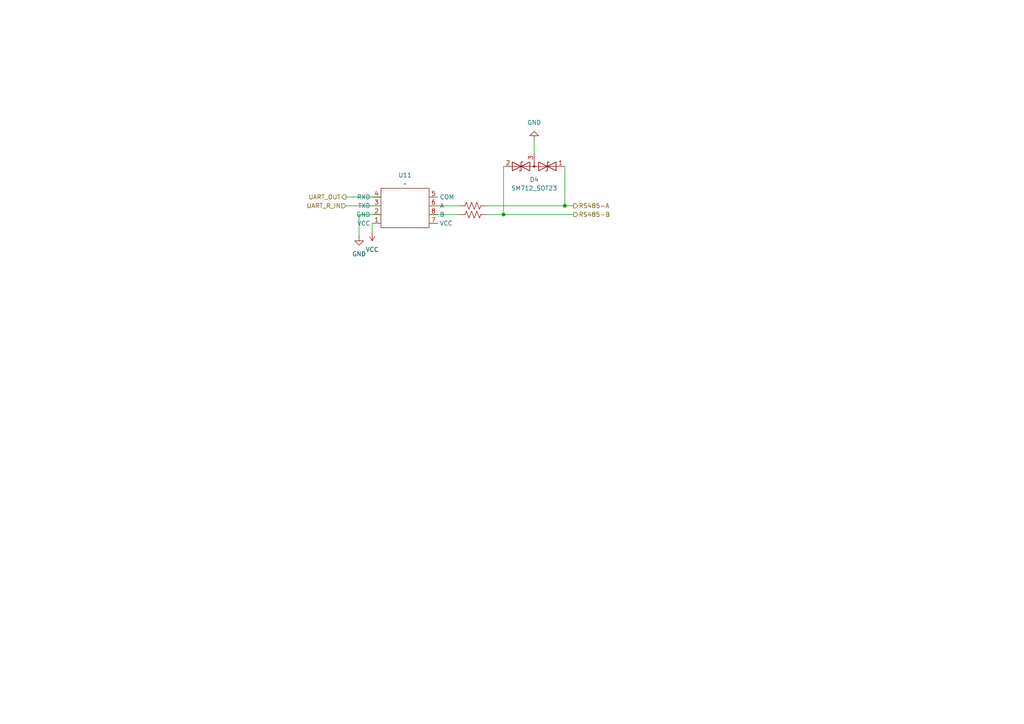
<source format=kicad_sch>
(kicad_sch
	(version 20231120)
	(generator "eeschema")
	(generator_version "8.0")
	(uuid "c626e9de-39b7-4430-bd26-fa7c1efe21e8")
	(paper "A4")
	(lib_symbols
		(symbol "Device:R_US"
			(pin_numbers hide)
			(pin_names
				(offset 0)
			)
			(exclude_from_sim no)
			(in_bom yes)
			(on_board yes)
			(property "Reference" "R"
				(at 2.54 0 90)
				(effects
					(font
						(size 1.27 1.27)
					)
				)
			)
			(property "Value" "R_US"
				(at -2.54 0 90)
				(effects
					(font
						(size 1.27 1.27)
					)
				)
			)
			(property "Footprint" ""
				(at 1.016 -0.254 90)
				(effects
					(font
						(size 1.27 1.27)
					)
					(hide yes)
				)
			)
			(property "Datasheet" "~"
				(at 0 0 0)
				(effects
					(font
						(size 1.27 1.27)
					)
					(hide yes)
				)
			)
			(property "Description" "Resistor, US symbol"
				(at 0 0 0)
				(effects
					(font
						(size 1.27 1.27)
					)
					(hide yes)
				)
			)
			(property "ki_keywords" "R res resistor"
				(at 0 0 0)
				(effects
					(font
						(size 1.27 1.27)
					)
					(hide yes)
				)
			)
			(property "ki_fp_filters" "R_*"
				(at 0 0 0)
				(effects
					(font
						(size 1.27 1.27)
					)
					(hide yes)
				)
			)
			(symbol "R_US_0_1"
				(polyline
					(pts
						(xy 0 -2.286) (xy 0 -2.54)
					)
					(stroke
						(width 0)
						(type default)
					)
					(fill
						(type none)
					)
				)
				(polyline
					(pts
						(xy 0 2.286) (xy 0 2.54)
					)
					(stroke
						(width 0)
						(type default)
					)
					(fill
						(type none)
					)
				)
				(polyline
					(pts
						(xy 0 -0.762) (xy 1.016 -1.143) (xy 0 -1.524) (xy -1.016 -1.905) (xy 0 -2.286)
					)
					(stroke
						(width 0)
						(type default)
					)
					(fill
						(type none)
					)
				)
				(polyline
					(pts
						(xy 0 0.762) (xy 1.016 0.381) (xy 0 0) (xy -1.016 -0.381) (xy 0 -0.762)
					)
					(stroke
						(width 0)
						(type default)
					)
					(fill
						(type none)
					)
				)
				(polyline
					(pts
						(xy 0 2.286) (xy 1.016 1.905) (xy 0 1.524) (xy -1.016 1.143) (xy 0 0.762)
					)
					(stroke
						(width 0)
						(type default)
					)
					(fill
						(type none)
					)
				)
			)
			(symbol "R_US_1_1"
				(pin passive line
					(at 0 3.81 270)
					(length 1.27)
					(name "~"
						(effects
							(font
								(size 1.27 1.27)
							)
						)
					)
					(number "1"
						(effects
							(font
								(size 1.27 1.27)
							)
						)
					)
				)
				(pin passive line
					(at 0 -3.81 90)
					(length 1.27)
					(name "~"
						(effects
							(font
								(size 1.27 1.27)
							)
						)
					)
					(number "2"
						(effects
							(font
								(size 1.27 1.27)
							)
						)
					)
				)
			)
		)
		(symbol "Diode:SM712_SOT23"
			(pin_names
				(offset 1.016) hide)
			(exclude_from_sim no)
			(in_bom yes)
			(on_board yes)
			(property "Reference" "D"
				(at 0 4.445 0)
				(effects
					(font
						(size 1.27 1.27)
					)
				)
			)
			(property "Value" "SM712_SOT23"
				(at 0 2.54 0)
				(effects
					(font
						(size 1.27 1.27)
					)
				)
			)
			(property "Footprint" "Package_TO_SOT_SMD:SOT-23"
				(at 0 -8.89 0)
				(effects
					(font
						(size 1.27 1.27)
					)
					(hide yes)
				)
			)
			(property "Datasheet" "https://www.littelfuse.com/~/media/electronics/datasheets/tvs_diode_arrays/littelfuse_tvs_diode_array_sm712_datasheet.pdf.pdf"
				(at -3.81 0 0)
				(effects
					(font
						(size 1.27 1.27)
					)
					(hide yes)
				)
			)
			(property "Description" "7V/12V, 600W Asymmetrical TVS Diode Array, SOT-23"
				(at 0 0 0)
				(effects
					(font
						(size 1.27 1.27)
					)
					(hide yes)
				)
			)
			(property "ki_keywords" "transient voltage suppressor thyrector transil"
				(at 0 0 0)
				(effects
					(font
						(size 1.27 1.27)
					)
					(hide yes)
				)
			)
			(property "ki_fp_filters" "SOT?23*"
				(at 0 0 0)
				(effects
					(font
						(size 1.27 1.27)
					)
					(hide yes)
				)
			)
			(symbol "SM712_SOT23_0_0"
				(polyline
					(pts
						(xy 0 -1.27) (xy 0 0)
					)
					(stroke
						(width 0)
						(type default)
					)
					(fill
						(type none)
					)
				)
			)
			(symbol "SM712_SOT23_0_1"
				(polyline
					(pts
						(xy -6.35 0) (xy 6.35 0)
					)
					(stroke
						(width 0)
						(type default)
					)
					(fill
						(type none)
					)
				)
				(polyline
					(pts
						(xy -3.302 1.27) (xy -3.81 1.27) (xy -3.81 -1.27) (xy -4.318 -1.27)
					)
					(stroke
						(width 0.2032)
						(type default)
					)
					(fill
						(type none)
					)
				)
				(polyline
					(pts
						(xy 4.318 1.27) (xy 3.81 1.27) (xy 3.81 -1.27) (xy 3.302 -1.27)
					)
					(stroke
						(width 0.2032)
						(type default)
					)
					(fill
						(type none)
					)
				)
				(polyline
					(pts
						(xy -6.35 -1.27) (xy -1.27 1.27) (xy -1.27 -1.27) (xy -6.35 1.27) (xy -6.35 -1.27)
					)
					(stroke
						(width 0.2032)
						(type default)
					)
					(fill
						(type none)
					)
				)
				(polyline
					(pts
						(xy 1.27 -1.27) (xy 1.27 1.27) (xy 6.35 -1.27) (xy 6.35 1.27) (xy 1.27 -1.27)
					)
					(stroke
						(width 0.2032)
						(type default)
					)
					(fill
						(type none)
					)
				)
				(circle
					(center 0 0)
					(radius 0.254)
					(stroke
						(width 0)
						(type default)
					)
					(fill
						(type outline)
					)
				)
			)
			(symbol "SM712_SOT23_1_1"
				(pin passive line
					(at -8.89 0 0)
					(length 2.54)
					(name "A1"
						(effects
							(font
								(size 1.27 1.27)
							)
						)
					)
					(number "1"
						(effects
							(font
								(size 1.27 1.27)
							)
						)
					)
				)
				(pin passive line
					(at 8.89 0 180)
					(length 2.54)
					(name "A2"
						(effects
							(font
								(size 1.27 1.27)
							)
						)
					)
					(number "2"
						(effects
							(font
								(size 1.27 1.27)
							)
						)
					)
				)
				(pin input line
					(at 0 -3.81 90)
					(length 2.54)
					(name "common"
						(effects
							(font
								(size 1.27 1.27)
							)
						)
					)
					(number "3"
						(effects
							(font
								(size 1.27 1.27)
							)
						)
					)
				)
			)
		)
		(symbol "RS-485:RS_485"
			(exclude_from_sim no)
			(in_bom yes)
			(on_board yes)
			(property "Reference" "U"
				(at 0 0 0)
				(effects
					(font
						(size 1.27 1.27)
					)
				)
			)
			(property "Value" ""
				(at 0 0 0)
				(effects
					(font
						(size 1.27 1.27)
					)
				)
			)
			(property "Footprint" ""
				(at 0 0 0)
				(effects
					(font
						(size 1.27 1.27)
					)
					(hide yes)
				)
			)
			(property "Datasheet" ""
				(at 0 0 0)
				(effects
					(font
						(size 1.27 1.27)
					)
					(hide yes)
				)
			)
			(property "Description" ""
				(at 0 0 0)
				(effects
					(font
						(size 1.27 1.27)
					)
					(hide yes)
				)
			)
			(symbol "RS_485_0_1"
				(rectangle
					(start -13.97 -1.27)
					(end 0 -12.7)
					(stroke
						(width 0)
						(type default)
					)
					(fill
						(type none)
					)
				)
			)
			(symbol "RS_485_1_1"
				(pin input line
					(at 0 -2.54 0)
					(length 2.54)
					(name "VCC"
						(effects
							(font
								(size 1.27 1.27)
							)
						)
					)
					(number "1"
						(effects
							(font
								(size 1.27 1.27)
							)
						)
					)
				)
				(pin input line
					(at 0 -5.08 0)
					(length 2.54)
					(name "GND"
						(effects
							(font
								(size 1.27 1.27)
							)
						)
					)
					(number "2"
						(effects
							(font
								(size 1.27 1.27)
							)
						)
					)
				)
				(pin input line
					(at 0 -7.62 0)
					(length 2.54)
					(name "TXD"
						(effects
							(font
								(size 1.27 1.27)
							)
						)
					)
					(number "3"
						(effects
							(font
								(size 1.27 1.27)
							)
						)
					)
				)
				(pin input line
					(at 0 -10.16 0)
					(length 2.54)
					(name "RXD"
						(effects
							(font
								(size 1.27 1.27)
							)
						)
					)
					(number "4"
						(effects
							(font
								(size 1.27 1.27)
							)
						)
					)
				)
				(pin input line
					(at -13.97 -10.16 180)
					(length 2.54)
					(name "COM"
						(effects
							(font
								(size 1.27 1.27)
							)
						)
					)
					(number "5"
						(effects
							(font
								(size 1.27 1.27)
							)
						)
					)
				)
				(pin input line
					(at -13.97 -7.62 180)
					(length 2.54)
					(name "A"
						(effects
							(font
								(size 1.27 1.27)
							)
						)
					)
					(number "6"
						(effects
							(font
								(size 1.27 1.27)
							)
						)
					)
				)
				(pin input line
					(at -13.97 -2.54 180)
					(length 2.54)
					(name "VCC"
						(effects
							(font
								(size 1.27 1.27)
							)
						)
					)
					(number "7"
						(effects
							(font
								(size 1.27 1.27)
							)
						)
					)
				)
				(pin input line
					(at -13.97 -5.08 180)
					(length 2.54)
					(name "B"
						(effects
							(font
								(size 1.27 1.27)
							)
						)
					)
					(number "8"
						(effects
							(font
								(size 1.27 1.27)
							)
						)
					)
				)
			)
		)
		(symbol "power:GND"
			(power)
			(pin_numbers hide)
			(pin_names
				(offset 0) hide)
			(exclude_from_sim no)
			(in_bom yes)
			(on_board yes)
			(property "Reference" "#PWR"
				(at 0 -6.35 0)
				(effects
					(font
						(size 1.27 1.27)
					)
					(hide yes)
				)
			)
			(property "Value" "GND"
				(at 0 -3.81 0)
				(effects
					(font
						(size 1.27 1.27)
					)
				)
			)
			(property "Footprint" ""
				(at 0 0 0)
				(effects
					(font
						(size 1.27 1.27)
					)
					(hide yes)
				)
			)
			(property "Datasheet" ""
				(at 0 0 0)
				(effects
					(font
						(size 1.27 1.27)
					)
					(hide yes)
				)
			)
			(property "Description" "Power symbol creates a global label with name \"GND\" , ground"
				(at 0 0 0)
				(effects
					(font
						(size 1.27 1.27)
					)
					(hide yes)
				)
			)
			(property "ki_keywords" "global power"
				(at 0 0 0)
				(effects
					(font
						(size 1.27 1.27)
					)
					(hide yes)
				)
			)
			(symbol "GND_0_1"
				(polyline
					(pts
						(xy 0 0) (xy 0 -1.27) (xy 1.27 -1.27) (xy 0 -2.54) (xy -1.27 -1.27) (xy 0 -1.27)
					)
					(stroke
						(width 0)
						(type default)
					)
					(fill
						(type none)
					)
				)
			)
			(symbol "GND_1_1"
				(pin power_in line
					(at 0 0 270)
					(length 0)
					(name "~"
						(effects
							(font
								(size 1.27 1.27)
							)
						)
					)
					(number "1"
						(effects
							(font
								(size 1.27 1.27)
							)
						)
					)
				)
			)
		)
		(symbol "power:VCC"
			(power)
			(pin_numbers hide)
			(pin_names
				(offset 0) hide)
			(exclude_from_sim no)
			(in_bom yes)
			(on_board yes)
			(property "Reference" "#PWR"
				(at 0 -3.81 0)
				(effects
					(font
						(size 1.27 1.27)
					)
					(hide yes)
				)
			)
			(property "Value" "VCC"
				(at 0 3.556 0)
				(effects
					(font
						(size 1.27 1.27)
					)
				)
			)
			(property "Footprint" ""
				(at 0 0 0)
				(effects
					(font
						(size 1.27 1.27)
					)
					(hide yes)
				)
			)
			(property "Datasheet" ""
				(at 0 0 0)
				(effects
					(font
						(size 1.27 1.27)
					)
					(hide yes)
				)
			)
			(property "Description" "Power symbol creates a global label with name \"VCC\""
				(at 0 0 0)
				(effects
					(font
						(size 1.27 1.27)
					)
					(hide yes)
				)
			)
			(property "ki_keywords" "global power"
				(at 0 0 0)
				(effects
					(font
						(size 1.27 1.27)
					)
					(hide yes)
				)
			)
			(symbol "VCC_0_1"
				(polyline
					(pts
						(xy -0.762 1.27) (xy 0 2.54)
					)
					(stroke
						(width 0)
						(type default)
					)
					(fill
						(type none)
					)
				)
				(polyline
					(pts
						(xy 0 0) (xy 0 2.54)
					)
					(stroke
						(width 0)
						(type default)
					)
					(fill
						(type none)
					)
				)
				(polyline
					(pts
						(xy 0 2.54) (xy 0.762 1.27)
					)
					(stroke
						(width 0)
						(type default)
					)
					(fill
						(type none)
					)
				)
			)
			(symbol "VCC_1_1"
				(pin power_in line
					(at 0 0 90)
					(length 0)
					(name "~"
						(effects
							(font
								(size 1.27 1.27)
							)
						)
					)
					(number "1"
						(effects
							(font
								(size 1.27 1.27)
							)
						)
					)
				)
			)
		)
	)
	(junction
		(at 146.05 62.23)
		(diameter 0)
		(color 0 0 0 0)
		(uuid "17a287d3-a7ba-4712-8971-5b81f56f1630")
	)
	(junction
		(at 163.83 59.69)
		(diameter 0)
		(color 0 0 0 0)
		(uuid "a4b1c9cb-e618-4e1d-93ce-86bece3f49ec")
	)
	(wire
		(pts
			(xy 107.95 64.77) (xy 110.49 64.77)
		)
		(stroke
			(width 0)
			(type default)
		)
		(uuid "1244b4a9-3caf-483f-8910-a6b6262096f3")
	)
	(wire
		(pts
			(xy 163.83 48.26) (xy 163.83 59.69)
		)
		(stroke
			(width 0)
			(type default)
		)
		(uuid "1f1935c3-0126-4fae-bf40-0ff2e2debce5")
	)
	(wire
		(pts
			(xy 104.14 68.58) (xy 104.14 62.23)
		)
		(stroke
			(width 0)
			(type default)
		)
		(uuid "2f43aaeb-9367-490a-8dfe-50b81b0e45a0")
	)
	(wire
		(pts
			(xy 163.83 59.69) (xy 140.97 59.69)
		)
		(stroke
			(width 0)
			(type default)
		)
		(uuid "30e43ba7-386b-4add-b0c6-f57bbcd2e453")
	)
	(wire
		(pts
			(xy 124.46 59.69) (xy 133.35 59.69)
		)
		(stroke
			(width 0)
			(type default)
		)
		(uuid "32528200-b848-47ab-b6ae-bad2febeef67")
	)
	(wire
		(pts
			(xy 166.37 62.23) (xy 146.05 62.23)
		)
		(stroke
			(width 0)
			(type default)
		)
		(uuid "4e2639aa-3871-4d4c-9510-6a820a1febcc")
	)
	(wire
		(pts
			(xy 124.46 62.23) (xy 133.35 62.23)
		)
		(stroke
			(width 0)
			(type default)
		)
		(uuid "5bd8d37a-57a5-4c9b-b80e-197520fe8f19")
	)
	(wire
		(pts
			(xy 146.05 48.26) (xy 146.05 62.23)
		)
		(stroke
			(width 0)
			(type default)
		)
		(uuid "79fa4ada-5647-4d12-a187-8728dbb0ebd1")
	)
	(wire
		(pts
			(xy 100.33 59.69) (xy 110.49 59.69)
		)
		(stroke
			(width 0)
			(type default)
		)
		(uuid "917065b4-4113-4003-b123-1b3c41171f45")
	)
	(wire
		(pts
			(xy 166.37 59.69) (xy 163.83 59.69)
		)
		(stroke
			(width 0)
			(type default)
		)
		(uuid "99da67b6-b71c-43c9-b8c6-cf266f2c53a0")
	)
	(wire
		(pts
			(xy 154.94 40.64) (xy 154.94 44.45)
		)
		(stroke
			(width 0)
			(type default)
		)
		(uuid "bfe7ef14-eab0-4fb6-b595-1fb285dfbf0e")
	)
	(wire
		(pts
			(xy 104.14 62.23) (xy 110.49 62.23)
		)
		(stroke
			(width 0)
			(type default)
		)
		(uuid "cae66ce2-397e-4b43-b262-ce24e645a5c4")
	)
	(wire
		(pts
			(xy 107.95 67.31) (xy 107.95 64.77)
		)
		(stroke
			(width 0)
			(type default)
		)
		(uuid "d37817ff-bbe5-48ab-9d56-342db334edbc")
	)
	(wire
		(pts
			(xy 146.05 62.23) (xy 140.97 62.23)
		)
		(stroke
			(width 0)
			(type default)
		)
		(uuid "df110e98-6a11-42d3-8c06-880a87bdd711")
	)
	(wire
		(pts
			(xy 100.33 57.15) (xy 110.49 57.15)
		)
		(stroke
			(width 0)
			(type default)
		)
		(uuid "e937920a-06ba-4edb-b81a-04b1fbdc466b")
	)
	(hierarchical_label "UART_OUT"
		(shape output)
		(at 100.33 57.15 180)
		(fields_autoplaced yes)
		(effects
			(font
				(size 1.27 1.27)
			)
			(justify right)
		)
		(uuid "49684a41-d4be-4806-bc98-77990bee7c37")
	)
	(hierarchical_label "RS485-A"
		(shape output)
		(at 166.37 59.69 0)
		(fields_autoplaced yes)
		(effects
			(font
				(size 1.27 1.27)
			)
			(justify left)
		)
		(uuid "5309f8b2-f70c-4f8d-a6d8-cd89f0c7e0be")
	)
	(hierarchical_label "UART_R_IN"
		(shape input)
		(at 100.33 59.69 180)
		(fields_autoplaced yes)
		(effects
			(font
				(size 1.27 1.27)
			)
			(justify right)
		)
		(uuid "691705b0-98f3-441f-8d4c-79902f905921")
	)
	(hierarchical_label "RS485-B"
		(shape output)
		(at 166.37 62.23 0)
		(fields_autoplaced yes)
		(effects
			(font
				(size 1.27 1.27)
			)
			(justify left)
		)
		(uuid "a3eb9638-2a65-4d2a-87d5-c2d87a94fbb5")
	)
	(symbol
		(lib_id "Diode:SM712_SOT23")
		(at 154.94 48.26 180)
		(unit 1)
		(exclude_from_sim no)
		(in_bom yes)
		(on_board yes)
		(dnp no)
		(fields_autoplaced yes)
		(uuid "088df721-d154-4d70-980c-2bb0c585eef6")
		(property "Reference" "D4"
			(at 154.94 52.07 0)
			(effects
				(font
					(size 1.27 1.27)
				)
			)
		)
		(property "Value" "SM712_SOT23"
			(at 154.94 54.61 0)
			(effects
				(font
					(size 1.27 1.27)
				)
			)
		)
		(property "Footprint" "Package_TO_SOT_SMD:SOT-23"
			(at 154.94 39.37 0)
			(effects
				(font
					(size 1.27 1.27)
				)
				(hide yes)
			)
		)
		(property "Datasheet" "https://www.littelfuse.com/~/media/electronics/datasheets/tvs_diode_arrays/littelfuse_tvs_diode_array_sm712_datasheet.pdf.pdf"
			(at 158.75 48.26 0)
			(effects
				(font
					(size 1.27 1.27)
				)
				(hide yes)
			)
		)
		(property "Description" "7V/12V, 600W Asymmetrical TVS Diode Array, SOT-23"
			(at 154.94 48.26 0)
			(effects
				(font
					(size 1.27 1.27)
				)
				(hide yes)
			)
		)
		(pin "2"
			(uuid "6c4e16ce-46b6-4e59-845b-9cc93d75ef62")
		)
		(pin "3"
			(uuid "fbde1a8e-5a15-43b0-9bd0-e7f2fa8999fc")
		)
		(pin "1"
			(uuid "336daa7f-c317-47ed-b994-f9687bb727b2")
		)
		(instances
			(project "ZorionX-Nivara"
				(path "/ae5c9891-8291-492e-8a61-8ac340267b67/d47eca49-96e4-4138-8979-47bb60019f67/e329c21d-acaa-4809-a119-b3d497656361"
					(reference "D4")
					(unit 1)
				)
			)
		)
	)
	(symbol
		(lib_id "power:VCC")
		(at 107.95 67.31 180)
		(unit 1)
		(exclude_from_sim no)
		(in_bom yes)
		(on_board yes)
		(dnp no)
		(fields_autoplaced yes)
		(uuid "13358626-e2d0-4a76-aeba-b031428b06ee")
		(property "Reference" "#PWR060"
			(at 107.95 63.5 0)
			(effects
				(font
					(size 1.27 1.27)
				)
				(hide yes)
			)
		)
		(property "Value" "VCC"
			(at 107.95 72.39 0)
			(effects
				(font
					(size 1.27 1.27)
				)
			)
		)
		(property "Footprint" ""
			(at 107.95 67.31 0)
			(effects
				(font
					(size 1.27 1.27)
				)
				(hide yes)
			)
		)
		(property "Datasheet" ""
			(at 107.95 67.31 0)
			(effects
				(font
					(size 1.27 1.27)
				)
				(hide yes)
			)
		)
		(property "Description" "Power symbol creates a global label with name \"VCC\""
			(at 107.95 67.31 0)
			(effects
				(font
					(size 1.27 1.27)
				)
				(hide yes)
			)
		)
		(pin "1"
			(uuid "6d1542e9-395d-468b-b7ed-214bf788767e")
		)
		(instances
			(project "ZorionX-Nivara"
				(path "/ae5c9891-8291-492e-8a61-8ac340267b67/d47eca49-96e4-4138-8979-47bb60019f67/e329c21d-acaa-4809-a119-b3d497656361"
					(reference "#PWR060")
					(unit 1)
				)
			)
		)
	)
	(symbol
		(lib_id "RS-485:RS_485")
		(at 110.49 67.31 180)
		(unit 1)
		(exclude_from_sim no)
		(in_bom yes)
		(on_board yes)
		(dnp no)
		(fields_autoplaced yes)
		(uuid "675eb3ee-2859-452c-85c1-3ffbdb724a9f")
		(property "Reference" "U11"
			(at 117.475 50.8 0)
			(effects
				(font
					(size 1.27 1.27)
				)
			)
		)
		(property "Value" "~"
			(at 117.475 53.34 0)
			(effects
				(font
					(size 1.27 1.27)
				)
			)
		)
		(property "Footprint" ""
			(at 110.49 67.31 0)
			(effects
				(font
					(size 1.27 1.27)
				)
				(hide yes)
			)
		)
		(property "Datasheet" ""
			(at 110.49 67.31 0)
			(effects
				(font
					(size 1.27 1.27)
				)
				(hide yes)
			)
		)
		(property "Description" ""
			(at 110.49 67.31 0)
			(effects
				(font
					(size 1.27 1.27)
				)
				(hide yes)
			)
		)
		(pin "4"
			(uuid "f06897cb-0b25-4bf8-a332-d03ba7fa6647")
		)
		(pin "8"
			(uuid "58af637c-2d3d-4966-9427-5e55ee00c00c")
		)
		(pin "2"
			(uuid "71d69320-fa09-4821-8a89-14d4793a6ea9")
		)
		(pin "1"
			(uuid "908f0b1e-9145-453b-a48a-eee190475b83")
		)
		(pin "7"
			(uuid "ad2cc279-6c3e-40aa-a12e-ec2bef5b717c")
		)
		(pin "6"
			(uuid "30640766-e447-415b-b5bf-85e3ff7463cf")
		)
		(pin "3"
			(uuid "26948136-9918-4793-966f-430156a463ae")
		)
		(pin "5"
			(uuid "e5868ca3-9aff-43c0-969d-cd8b86fb669b")
		)
		(instances
			(project "ZorionX-Nivara"
				(path "/ae5c9891-8291-492e-8a61-8ac340267b67/d47eca49-96e4-4138-8979-47bb60019f67/e329c21d-acaa-4809-a119-b3d497656361"
					(reference "U11")
					(unit 1)
				)
			)
		)
	)
	(symbol
		(lib_id "Device:R_US")
		(at 137.16 59.69 90)
		(unit 1)
		(exclude_from_sim no)
		(in_bom yes)
		(on_board yes)
		(dnp no)
		(fields_autoplaced yes)
		(uuid "77459c22-d19a-4414-8277-8ba0641367d8")
		(property "Reference" "R30"
			(at 137.16 53.8621 90)
			(effects
				(font
					(size 1.27 1.27)
				)
				(hide yes)
			)
		)
		(property "Value" "R_US"
			(at 137.16 56.4021 90)
			(effects
				(font
					(size 1.27 1.27)
				)
				(hide yes)
			)
		)
		(property "Footprint" "Resistor_SMD:R_0603_1608Metric"
			(at 137.414 58.674 90)
			(effects
				(font
					(size 1.27 1.27)
				)
				(hide yes)
			)
		)
		(property "Datasheet" "~"
			(at 137.16 59.69 0)
			(effects
				(font
					(size 1.27 1.27)
				)
				(hide yes)
			)
		)
		(property "Description" "Resistor, US symbol"
			(at 137.16 59.69 0)
			(effects
				(font
					(size 1.27 1.27)
				)
				(hide yes)
			)
		)
		(pin "1"
			(uuid "4f940351-46e2-4b10-9038-9f5eaac51384")
		)
		(pin "2"
			(uuid "f7c8a7b8-1823-4826-a26d-51bd47138b8e")
		)
		(instances
			(project "ZorionX-Nivara"
				(path "/ae5c9891-8291-492e-8a61-8ac340267b67/d47eca49-96e4-4138-8979-47bb60019f67/e329c21d-acaa-4809-a119-b3d497656361"
					(reference "R30")
					(unit 1)
				)
			)
		)
	)
	(symbol
		(lib_id "power:GND")
		(at 104.14 68.58 0)
		(unit 1)
		(exclude_from_sim no)
		(in_bom yes)
		(on_board yes)
		(dnp no)
		(fields_autoplaced yes)
		(uuid "791b0254-8c9a-4181-a907-6a9560325a9e")
		(property "Reference" "#PWR012"
			(at 104.14 74.93 0)
			(effects
				(font
					(size 1.27 1.27)
				)
				(hide yes)
			)
		)
		(property "Value" "GND"
			(at 104.14 73.66 0)
			(effects
				(font
					(size 1.27 1.27)
				)
			)
		)
		(property "Footprint" ""
			(at 104.14 68.58 0)
			(effects
				(font
					(size 1.27 1.27)
				)
				(hide yes)
			)
		)
		(property "Datasheet" ""
			(at 104.14 68.58 0)
			(effects
				(font
					(size 1.27 1.27)
				)
				(hide yes)
			)
		)
		(property "Description" "Power symbol creates a global label with name \"GND\" , ground"
			(at 104.14 68.58 0)
			(effects
				(font
					(size 1.27 1.27)
				)
				(hide yes)
			)
		)
		(pin "1"
			(uuid "d3a4a004-6c15-4777-9d54-acb9b65588a9")
		)
		(instances
			(project "ZorionX-Nivara"
				(path "/ae5c9891-8291-492e-8a61-8ac340267b67/d47eca49-96e4-4138-8979-47bb60019f67/e329c21d-acaa-4809-a119-b3d497656361"
					(reference "#PWR012")
					(unit 1)
				)
			)
		)
	)
	(symbol
		(lib_id "power:GND")
		(at 154.94 40.64 180)
		(unit 1)
		(exclude_from_sim no)
		(in_bom yes)
		(on_board yes)
		(dnp no)
		(fields_autoplaced yes)
		(uuid "7af207d8-c8d1-4040-a027-8031003fa4c2")
		(property "Reference" "#PWR061"
			(at 154.94 34.29 0)
			(effects
				(font
					(size 1.27 1.27)
				)
				(hide yes)
			)
		)
		(property "Value" "GND"
			(at 154.94 35.56 0)
			(effects
				(font
					(size 1.27 1.27)
				)
			)
		)
		(property "Footprint" ""
			(at 154.94 40.64 0)
			(effects
				(font
					(size 1.27 1.27)
				)
				(hide yes)
			)
		)
		(property "Datasheet" ""
			(at 154.94 40.64 0)
			(effects
				(font
					(size 1.27 1.27)
				)
				(hide yes)
			)
		)
		(property "Description" "Power symbol creates a global label with name \"GND\" , ground"
			(at 154.94 40.64 0)
			(effects
				(font
					(size 1.27 1.27)
				)
				(hide yes)
			)
		)
		(pin "1"
			(uuid "13ab8538-16fa-4f4f-b805-bcec615ed7d1")
		)
		(instances
			(project "ZorionX-Nivara"
				(path "/ae5c9891-8291-492e-8a61-8ac340267b67/d47eca49-96e4-4138-8979-47bb60019f67/e329c21d-acaa-4809-a119-b3d497656361"
					(reference "#PWR061")
					(unit 1)
				)
			)
		)
	)
	(symbol
		(lib_id "Device:R_US")
		(at 137.16 62.23 90)
		(unit 1)
		(exclude_from_sim no)
		(in_bom yes)
		(on_board yes)
		(dnp no)
		(fields_autoplaced yes)
		(uuid "c8610d24-6388-42bc-a881-c18d5b5734e8")
		(property "Reference" "R31"
			(at 137.16 56.4021 90)
			(effects
				(font
					(size 1.27 1.27)
				)
				(hide yes)
			)
		)
		(property "Value" "R_US"
			(at 137.16 58.9421 90)
			(effects
				(font
					(size 1.27 1.27)
				)
				(hide yes)
			)
		)
		(property "Footprint" "Resistor_SMD:R_0603_1608Metric"
			(at 137.414 61.214 90)
			(effects
				(font
					(size 1.27 1.27)
				)
				(hide yes)
			)
		)
		(property "Datasheet" "~"
			(at 137.16 62.23 0)
			(effects
				(font
					(size 1.27 1.27)
				)
				(hide yes)
			)
		)
		(property "Description" "Resistor, US symbol"
			(at 137.16 62.23 0)
			(effects
				(font
					(size 1.27 1.27)
				)
				(hide yes)
			)
		)
		(pin "1"
			(uuid "4448d050-37b6-4727-a43b-b7d42e645016")
		)
		(pin "2"
			(uuid "75f8413f-bad9-417b-8345-1edf5f627510")
		)
		(instances
			(project "ZorionX-Nivara"
				(path "/ae5c9891-8291-492e-8a61-8ac340267b67/d47eca49-96e4-4138-8979-47bb60019f67/e329c21d-acaa-4809-a119-b3d497656361"
					(reference "R31")
					(unit 1)
				)
			)
		)
	)
)
</source>
